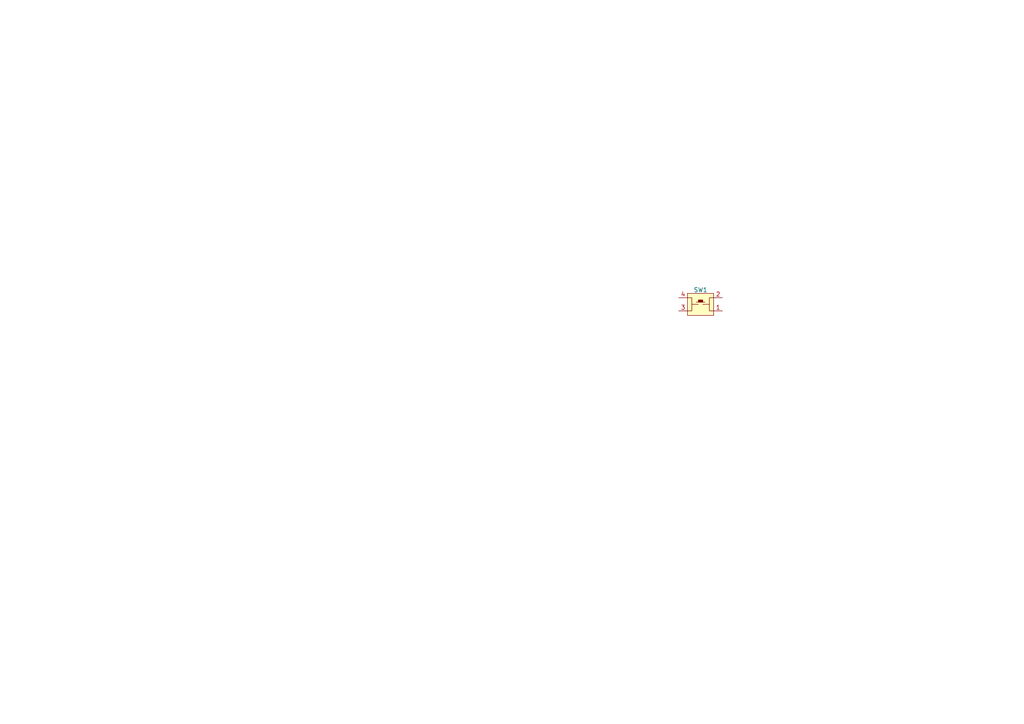
<source format=kicad_sch>
(kicad_sch (version 20250114) (generator "eeschema") (generator_version "9.0")
  (paper "A4")
  (lib_symbols
    (symbol "NovaPlay_symbols:Button"
      (property "Reference" "SW" (at 0 -2.032 0))
      (symbol "Button_1_1"
        (rectangle (start -3.81 -1.27) (end 3.81 -7.62) (fill (type background)))
        (polyline (pts (xy -3.81 -2.54) (xy -2.54 -2.54) (xy -2.54 -6.35) (xy -3.81 -6.35)))
        (polyline (pts (xy -2.54 -4.445) (xy -0.635 -4.445)))
        (polyline (pts (xy -1.27 -3.81) (xy 1.27 -3.81)))
        (rectangle (start -0.635 -3.175) (end 0.635 -3.81) (fill (type outline)))
        (polyline (pts (xy 2.54 -4.445) (xy 0.635 -4.445)))
        (polyline (pts (xy 3.81 -2.54) (xy 2.54 -2.54) (xy 2.54 -6.35) (xy 3.81 -6.35)))
        (pin input line (at -6.35 -2.54 0) (length 2.54) (name "") (number "4"))
        (pin input line (at -6.35 -6.35 0) (length 2.54) (name "") (number "3"))
        (pin input line (at 6.35 -2.54 180) (length 2.54) (name "") (number "2"))
        (pin input line (at 6.35 -6.35 180) (length 2.54) (name "") (number "1"))
      )
    )
  )
  (symbol (lib_id "NovaPlay_symbols:Button") (at 203.2 83.82 0) (unit 1)
    (property "Reference" "SW1" (at 203.2 84.074 0))
    (property "Footprint" "NovaPlay_Footprints:Button_6x6mm" (effects (hide yes)))
  )
)
</source>
